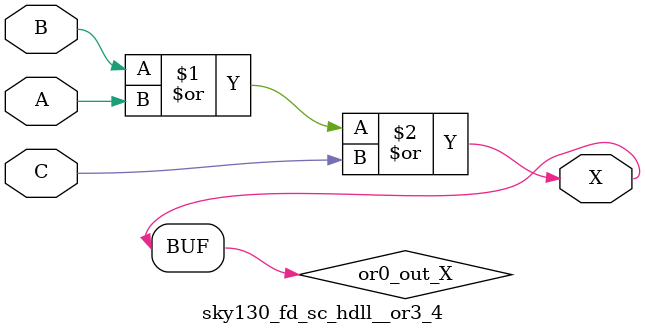
<source format=v>
/*
 * Copyright 2020 The SkyWater PDK Authors
 *
 * Licensed under the Apache License, Version 2.0 (the "License");
 * you may not use this file except in compliance with the License.
 * You may obtain a copy of the License at
 *
 *     https://www.apache.org/licenses/LICENSE-2.0
 *
 * Unless required by applicable law or agreed to in writing, software
 * distributed under the License is distributed on an "AS IS" BASIS,
 * WITHOUT WARRANTIES OR CONDITIONS OF ANY KIND, either express or implied.
 * See the License for the specific language governing permissions and
 * limitations under the License.
 *
 * SPDX-License-Identifier: Apache-2.0
*/


`ifndef SKY130_FD_SC_HDLL__OR3_4_FUNCTIONAL_V
`define SKY130_FD_SC_HDLL__OR3_4_FUNCTIONAL_V

/**
 * or3: 3-input OR.
 *
 * Verilog simulation functional model.
 */

`timescale 1ns / 1ps
`default_nettype none

`celldefine
module sky130_fd_sc_hdll__or3_4 (
    X,
    A,
    B,
    C
);

    // Module ports
    output X;
    input  A;
    input  B;
    input  C;

    // Local signals
    wire or0_out_X;

    //  Name  Output     Other arguments
    or  or0  (or0_out_X, B, A, C        );
    buf buf0 (X        , or0_out_X      );

endmodule
`endcelldefine

`default_nettype wire
`endif  // SKY130_FD_SC_HDLL__OR3_4_FUNCTIONAL_V

</source>
